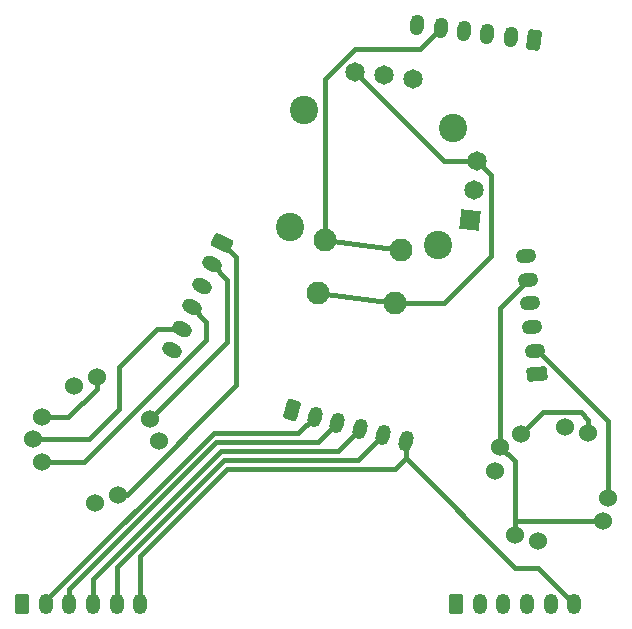
<source format=gbr>
%TF.GenerationSoftware,KiCad,Pcbnew,8.0.1*%
%TF.CreationDate,2024-04-24T21:25:30+12:00*%
%TF.ProjectId,collective-hat-pcb,636f6c6c-6563-4746-9976-652d6861742d,rev?*%
%TF.SameCoordinates,Original*%
%TF.FileFunction,Copper,L2,Bot*%
%TF.FilePolarity,Positive*%
%FSLAX46Y46*%
G04 Gerber Fmt 4.6, Leading zero omitted, Abs format (unit mm)*
G04 Created by KiCad (PCBNEW 8.0.1) date 2024-04-24 21:25:30*
%MOMM*%
%LPD*%
G01*
G04 APERTURE LIST*
G04 Aperture macros list*
%AMRoundRect*
0 Rectangle with rounded corners*
0 $1 Rounding radius*
0 $2 $3 $4 $5 $6 $7 $8 $9 X,Y pos of 4 corners*
0 Add a 4 corners polygon primitive as box body*
4,1,4,$2,$3,$4,$5,$6,$7,$8,$9,$2,$3,0*
0 Add four circle primitives for the rounded corners*
1,1,$1+$1,$2,$3*
1,1,$1+$1,$4,$5*
1,1,$1+$1,$6,$7*
1,1,$1+$1,$8,$9*
0 Add four rect primitives between the rounded corners*
20,1,$1+$1,$2,$3,$4,$5,0*
20,1,$1+$1,$4,$5,$6,$7,0*
20,1,$1+$1,$6,$7,$8,$9,0*
20,1,$1+$1,$8,$9,$2,$3,0*%
%AMHorizOval*
0 Thick line with rounded ends*
0 $1 width*
0 $2 $3 position (X,Y) of the first rounded end (center of the circle)*
0 $4 $5 position (X,Y) of the second rounded end (center of the circle)*
0 Add line between two ends*
20,1,$1,$2,$3,$4,$5,0*
0 Add two circle primitives to create the rounded ends*
1,1,$1,$2,$3*
1,1,$1,$4,$5*%
%AMRotRect*
0 Rectangle, with rotation*
0 The origin of the aperture is its center*
0 $1 length*
0 $2 width*
0 $3 Rotation angle, in degrees counterclockwise*
0 Add horizontal line*
21,1,$1,$2,0,0,$3*%
G04 Aperture macros list end*
%TA.AperFunction,ComponentPad*%
%ADD10RoundRect,0.250000X-0.350000X-0.625000X0.350000X-0.625000X0.350000X0.625000X-0.350000X0.625000X0*%
%TD*%
%TA.AperFunction,ComponentPad*%
%ADD11O,1.200000X1.750000*%
%TD*%
%TA.AperFunction,ComponentPad*%
%ADD12RoundRect,0.250000X-0.499836X-0.513117X0.176312X-0.694290X0.499836X0.513117X-0.176312X0.694290X0*%
%TD*%
%TA.AperFunction,ComponentPad*%
%ADD13HorizOval,1.200000X-0.071175X-0.265630X0.071175X0.265630X0*%
%TD*%
%TA.AperFunction,ComponentPad*%
%ADD14RoundRect,0.250000X0.653126X-0.294196X0.592117X0.403140X-0.653126X0.294196X-0.592117X-0.403140X0*%
%TD*%
%TA.AperFunction,ComponentPad*%
%ADD15HorizOval,1.200000X0.273954X0.023968X-0.273954X-0.023968X0*%
%TD*%
%TA.AperFunction,ComponentPad*%
%ADD16RoundRect,0.250000X-0.418526X0.581344X-0.714359X-0.053071X0.418526X-0.581344X0.714359X0.053071X0*%
%TD*%
%TA.AperFunction,ComponentPad*%
%ADD17HorizOval,1.200000X-0.249235X0.116220X0.249235X-0.116220X0*%
%TD*%
%TA.AperFunction,ComponentPad*%
%ADD18RoundRect,0.250000X0.423559X0.577687X-0.271223X0.662996X-0.423559X-0.577687X0.271223X-0.662996X0*%
%TD*%
%TA.AperFunction,ComponentPad*%
%ADD19HorizOval,1.200000X0.033514X0.272950X-0.033514X-0.272950X0*%
%TD*%
%TA.AperFunction,ComponentPad*%
%ADD20C,1.950000*%
%TD*%
%TA.AperFunction,ComponentPad*%
%ADD21C,2.400000*%
%TD*%
%TA.AperFunction,ComponentPad*%
%ADD22RotRect,1.650000X1.650000X353.000000*%
%TD*%
%TA.AperFunction,ComponentPad*%
%ADD23C,1.650000*%
%TD*%
%TA.AperFunction,ComponentPad*%
%ADD24C,1.524000*%
%TD*%
%TA.AperFunction,Conductor*%
%ADD25C,0.400000*%
%TD*%
G04 APERTURE END LIST*
D10*
%TO.P,J6,1,Pin_1*%
%TO.N,Net-(J4-Pin_1)*%
X98458000Y-113284000D03*
D11*
%TO.P,J6,2,Pin_2*%
%TO.N,Net-(J4-Pin_2)*%
X100458000Y-113284000D03*
%TO.P,J6,3,Pin_3*%
%TO.N,Net-(J4-Pin_3)*%
X102458000Y-113284000D03*
%TO.P,J6,4,Pin_4*%
%TO.N,Net-(J4-Pin_4)*%
X104458000Y-113284000D03*
%TO.P,J6,5,Pin_5*%
%TO.N,Net-(J4-Pin_5)*%
X106458000Y-113284000D03*
%TO.P,J6,6,Pin_6*%
%TO.N,Net-(J4-Pin_6)*%
X108458000Y-113284000D03*
%TD*%
D10*
%TO.P,J5,1,Pin_1*%
%TO.N,Net-(J4-Pin_1)*%
X135192000Y-113284000D03*
D11*
%TO.P,J5,2,Pin_2*%
%TO.N,Net-(J4-Pin_2)*%
X137192000Y-113284000D03*
%TO.P,J5,3,Pin_3*%
%TO.N,Net-(J4-Pin_3)*%
X139192000Y-113284000D03*
%TO.P,J5,4,Pin_4*%
%TO.N,Net-(J4-Pin_4)*%
X141192000Y-113284000D03*
%TO.P,J5,5,Pin_5*%
%TO.N,Net-(J4-Pin_5)*%
X143192000Y-113284000D03*
%TO.P,J5,6,Pin_6*%
%TO.N,Net-(J4-Pin_6)*%
X145192000Y-113284000D03*
%TD*%
D12*
%TO.P,J4,1,Pin_1*%
%TO.N,Net-(J4-Pin_1)*%
X121280478Y-96923387D03*
D13*
%TO.P,J4,2,Pin_2*%
%TO.N,Net-(J4-Pin_2)*%
X123212329Y-97441025D03*
%TO.P,J4,3,Pin_3*%
%TO.N,Net-(J4-Pin_3)*%
X125144181Y-97958664D03*
%TO.P,J4,4,Pin_4*%
%TO.N,Net-(J4-Pin_4)*%
X127076033Y-98476302D03*
%TO.P,J4,5,Pin_5*%
%TO.N,Net-(J4-Pin_5)*%
X129007884Y-98993938D03*
%TO.P,J4,6,Pin_6*%
%TO.N,Net-(J4-Pin_6)*%
X130939736Y-99511578D03*
%TD*%
D14*
%TO.P,J3,1,Pin_1*%
%TO.N,Net-(J3-Pin_1)*%
X142013102Y-93840505D03*
D15*
%TO.P,J3,2,Pin_2*%
%TO.N,Net-(J3-Pin_2)*%
X141838790Y-91848116D03*
%TO.P,J3,3,Pin_3*%
%TO.N,Net-(J3-Pin_3)*%
X141664480Y-89855726D03*
%TO.P,J3,4,Pin_4*%
%TO.N,Net-(J3-Pin_4)*%
X141490168Y-87863337D03*
%TO.P,J3,5,Pin_5*%
%TO.N,Net-(J3-Pin_5)*%
X141315855Y-85870948D03*
%TO.P,J3,6,Pin_6*%
%TO.N,Net-(J3-Pin_6)*%
X141141545Y-83878557D03*
%TD*%
D16*
%TO.P,J2,1,Pin_1*%
%TO.N,Net-(J2-Pin_1)*%
X115365762Y-82746874D03*
D17*
%TO.P,J2,2,Pin_2*%
%TO.N,Net-(J2-Pin_2)*%
X114520525Y-84559489D03*
%TO.P,J2,3,Pin_3*%
%TO.N,Net-(J2-Pin_3)*%
X113675289Y-86372105D03*
%TO.P,J2,4,Pin_4*%
%TO.N,Net-(J2-Pin_4)*%
X112830052Y-88184721D03*
%TO.P,J2,5,Pin_5*%
%TO.N,Net-(J2-Pin_5)*%
X111984816Y-89997337D03*
%TO.P,J2,6,Pin_6*%
%TO.N,Net-(J2-Pin_6)*%
X111139579Y-91809952D03*
%TD*%
D18*
%TO.P,J1,1,Pin_1*%
%TO.N,Net-(J1-Pin_1)*%
X141824151Y-65525085D03*
D19*
%TO.P,J1,2,Pin_2*%
%TO.N,Net-(J1-Pin_2)*%
X139839059Y-65281346D03*
%TO.P,J1,3,Pin_3*%
%TO.N,Net-(J1-Pin_3)*%
X137853966Y-65037608D03*
%TO.P,J1,4,Pin_4*%
%TO.N,Net-(J1-Pin_4)*%
X135868874Y-64793869D03*
%TO.P,J1,5,Pin_5*%
%TO.N,Net-(J1-Pin_5)*%
X133883782Y-64550130D03*
%TO.P,J1,6,Pin_6*%
%TO.N,unconnected-(J1-Pin_6-Pad6)*%
X131898689Y-64306392D03*
%TD*%
D20*
%TO.P,R1,A,A*%
%TO.N,Net-(J1-Pin_5)*%
X124089476Y-82527065D03*
%TO.P,R1,B,B*%
X130541027Y-83319216D03*
%TO.P,R1,C,C*%
%TO.N,Net-(J1-Pin_2)*%
X123541065Y-86993522D03*
%TO.P,R1,D,D*%
X129992614Y-87785674D03*
D21*
%TO.P,R1,S1*%
%TO.N,N/C*%
X134903201Y-73024093D03*
%TO.P,R1,S2*%
X122347492Y-71482446D03*
%TO.P,R1,S3*%
X121128799Y-81407907D03*
%TO.P,R1,S4*%
X133684508Y-82949554D03*
D22*
%TO.P,R1,VR1_1,VR1_1*%
%TO.N,Net-(J1-Pin_1)*%
X136376254Y-80761285D03*
D23*
%TO.P,R1,VR1_2,VR1_2*%
%TO.N,Net-(J1-Pin_3)*%
X136680928Y-78279920D03*
%TO.P,R1,VR1_3,VR1_3*%
%TO.N,Net-(J1-Pin_2)*%
X136985602Y-75798554D03*
%TO.P,R1,VR2_1,VR2_1*%
%TO.N,Net-(J1-Pin_1)*%
X131561285Y-68855746D03*
%TO.P,R1,VR2_2,VR2_2*%
%TO.N,Net-(J1-Pin_4)*%
X129079920Y-68551072D03*
%TO.P,R1,VR2_3,VR2_3*%
%TO.N,Net-(J1-Pin_2)*%
X126598554Y-68246398D03*
%TD*%
D24*
%TO.P,SW2,1,A*%
%TO.N,Net-(J2-Pin_1)*%
X106533002Y-104048669D03*
%TO.P,SW2,2,B*%
%TO.N,Net-(J2-Pin_2)*%
X109308669Y-97618998D03*
%TO.P,SW2,3,C*%
%TO.N,Net-(J2-Pin_3)*%
X102878998Y-94843331D03*
%TO.P,SW2,4,D*%
%TO.N,Net-(J2-Pin_4)*%
X100103331Y-101273002D03*
%TO.P,SW2,5,PUSH*%
%TO.N,Net-(J2-Pin_5)*%
X99352263Y-99374581D03*
X104634581Y-104799737D03*
X110059737Y-99517419D03*
%TO.P,SW2,6,COM*%
%TO.N,Net-(J2-Pin_6)*%
X104777419Y-94092263D03*
%TO.P,SW2,7,GND*%
X100150198Y-97507659D03*
%TD*%
%TO.P,SW1,1,A*%
%TO.N,Net-(J3-Pin_1)*%
X142132610Y-107974211D03*
%TO.P,SW1,2,B*%
%TO.N,Net-(J3-Pin_2)*%
X148094211Y-104299390D03*
%TO.P,SW1,3,C*%
%TO.N,Net-(J3-Pin_3)*%
X144419390Y-98337789D03*
%TO.P,SW1,4,D*%
%TO.N,Net-(J3-Pin_4)*%
X138457789Y-102012610D03*
%TO.P,SW1,5,PUSH*%
%TO.N,Net-(J3-Pin_5)*%
X138931439Y-100026720D03*
X140146720Y-107500561D03*
X147620561Y-106285280D03*
%TO.P,SW1,6,COM*%
%TO.N,Net-(J3-Pin_6)*%
X146405280Y-98811439D03*
%TO.P,SW1,7,GND*%
X140655892Y-98955103D03*
%TD*%
D25*
%TO.N,Net-(J4-Pin_2)*%
X121847354Y-98806000D02*
X123212329Y-97441025D01*
X114661000Y-98806000D02*
X121847354Y-98806000D01*
X100458000Y-113009000D02*
X114661000Y-98806000D01*
X100458000Y-113284000D02*
X100458000Y-113009000D01*
%TO.N,Net-(J4-Pin_3)*%
X123534845Y-99568000D02*
X125144181Y-97958664D01*
X114899000Y-99568000D02*
X123534845Y-99568000D01*
X102458000Y-113284000D02*
X102458000Y-112009000D01*
X102458000Y-112009000D02*
X114899000Y-99568000D01*
%TO.N,Net-(J4-Pin_4)*%
X125222335Y-100330000D02*
X127076033Y-98476302D01*
X115319311Y-100330000D02*
X125222335Y-100330000D01*
X104458000Y-111191311D02*
X115319311Y-100330000D01*
X104458000Y-113284000D02*
X104458000Y-111191311D01*
%TO.N,Net-(J4-Pin_5)*%
X115548649Y-101092000D02*
X126909822Y-101092000D01*
X106458000Y-110182649D02*
X115548649Y-101092000D01*
X126909822Y-101092000D02*
X129007884Y-98993938D01*
X106458000Y-113284000D02*
X106458000Y-110182649D01*
%TO.N,Net-(J4-Pin_6)*%
X108458000Y-109207839D02*
X115811839Y-101854000D01*
X130053472Y-101854000D02*
X130939736Y-100967736D01*
X108458000Y-113284000D02*
X108458000Y-109207839D01*
X115811839Y-101854000D02*
X130053472Y-101854000D01*
X130939736Y-100967736D02*
X130939736Y-99511578D01*
X140208000Y-110236000D02*
X130939736Y-100967736D01*
X145192000Y-113284000D02*
X142144000Y-110236000D01*
X142144000Y-110236000D02*
X140208000Y-110236000D01*
%TO.N,Net-(J2-Pin_6)*%
X102382073Y-97507659D02*
X100150198Y-97507659D01*
X104777419Y-95112313D02*
X102382073Y-97507659D01*
X104777419Y-94092263D02*
X104777419Y-95112313D01*
%TO.N,Net-(J3-Pin_6)*%
X142535206Y-97075789D02*
X145747260Y-97075789D01*
X146405280Y-97733809D02*
X146405280Y-98811439D01*
X140655892Y-98955103D02*
X142535206Y-97075789D01*
X145747260Y-97075789D02*
X146405280Y-97733809D01*
%TO.N,Net-(J3-Pin_5)*%
X138931439Y-88255364D02*
X138931439Y-100026720D01*
X141315855Y-85870948D02*
X138931439Y-88255364D01*
X140260000Y-106285280D02*
X140146720Y-106172000D01*
X147620561Y-106285280D02*
X140260000Y-106285280D01*
X140146720Y-106172000D02*
X140146720Y-107500561D01*
X140146720Y-101242001D02*
X140146720Y-106172000D01*
X138931439Y-100026720D02*
X140146720Y-101242001D01*
%TO.N,Net-(J3-Pin_2)*%
X142136712Y-91848116D02*
X148094211Y-97805615D01*
X141838790Y-91848116D02*
X142136712Y-91848116D01*
X148094211Y-97805615D02*
X148094211Y-104299390D01*
%TO.N,Net-(J1-Pin_5)*%
X124089476Y-68881643D02*
X124089476Y-82527065D01*
X126677119Y-66294000D02*
X124089476Y-68881643D01*
X132139912Y-66294000D02*
X126677119Y-66294000D01*
X133883782Y-64550130D02*
X132139912Y-66294000D01*
%TO.N,Net-(J1-Pin_2)*%
X138176000Y-76988952D02*
X138176000Y-83820000D01*
X134210326Y-87785674D02*
X129992614Y-87785674D01*
X136985602Y-75798554D02*
X138176000Y-76988952D01*
X138176000Y-83820000D02*
X134210326Y-87785674D01*
X134150710Y-75798554D02*
X136985602Y-75798554D01*
X126598554Y-68246398D02*
X134150710Y-75798554D01*
%TO.N,Net-(J1-Pin_5)*%
X124089476Y-82527065D02*
X130541027Y-83319216D01*
%TO.N,Net-(J1-Pin_2)*%
X123541065Y-86993522D02*
X129992614Y-87785674D01*
%TO.N,Net-(J2-Pin_4)*%
X114046000Y-90951191D02*
X103724189Y-101273002D01*
X103724189Y-101273002D02*
X100103331Y-101273002D01*
X112830052Y-88192052D02*
X114046000Y-89408000D01*
X114046000Y-89408000D02*
X114046000Y-90951191D01*
X112830052Y-88184721D02*
X112830052Y-88192052D01*
%TO.N,Net-(J2-Pin_5)*%
X106680000Y-96774000D02*
X104079419Y-99374581D01*
X106680000Y-93218000D02*
X106680000Y-96774000D01*
X109900663Y-89997337D02*
X106680000Y-93218000D01*
X104079419Y-99374581D02*
X99352263Y-99374581D01*
X111984816Y-89997337D02*
X109900663Y-89997337D01*
%TO.N,Net-(J2-Pin_1)*%
X116586000Y-94775894D02*
X107313225Y-104048669D01*
X107313225Y-104048669D02*
X106533002Y-104048669D01*
X116586000Y-83967112D02*
X116586000Y-94775894D01*
X115365762Y-82746874D02*
X116586000Y-83967112D01*
%TO.N,Net-(J2-Pin_2)*%
X115824000Y-85862964D02*
X114520525Y-84559489D01*
X115824000Y-91103667D02*
X115824000Y-85862964D01*
X109308669Y-97618998D02*
X115824000Y-91103667D01*
%TD*%
M02*

</source>
